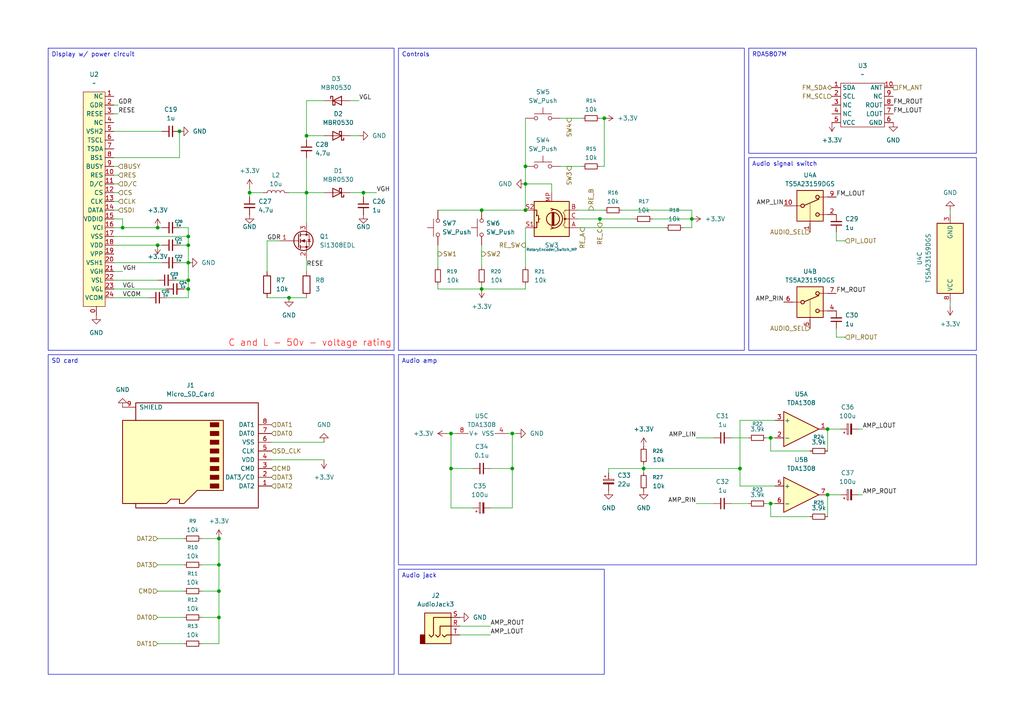
<source format=kicad_sch>
(kicad_sch (version 20250114) (generator "eeschema") (generator_version "9.0")
  (paper "A4")
  (title_block (company "Christian Spînu"))
  (lib_symbols
    (symbol "Amplifier_Audio:TDA1308" (pin_names (offset 0.127))
      (property "Reference" "U" (at 5.08 6.35 0))
      (property "Value" "TDA1308" (at 5.08 3.81 0))
      (symbol "TDA1308_1_1"
        (pin input line (at -7.62 2.54 0) (length 2.54) (name "+") (number "3"))
        (pin input line (at -7.62 -2.54 0) (length 2.54) (name "-") (number "2"))
        (pin output line (at 7.62 0 180) (length 2.54) (name "~") (number "1"))
      )
      (symbol "TDA1308_2_1"
        (pin input line (at -7.62 2.54 0) (length 2.54) (name "+") (number "5"))
        (pin input line (at -7.62 -2.54 0) (length 2.54) (name "-") (number "6"))
        (pin output line (at 7.62 0 180) (length 2.54) (name "~") (number "7"))
      )
      (symbol "TDA1308_3_1"
        (pin power_in line (at -2.54 7.62 270) (length 3.81) (name "V+") (number "8"))
        (pin power_in line (at -2.54 -7.62 90) (length 3.81) (name "VSS") (number "4"))
      )
    )
    (symbol "Analog_Switch:TS5A23159DGS"
      (property "Reference" "U" (at -5.08 8.89 0))
      (property "Value" "TS5A23159DGS" (at -5.08 6.985 0))
      (symbol "TS5A23159DGS_1_1"
        (pin passive line (at -7.62 0 0) (length 2.54) (name "~") (number "10"))
        (pin input line (at 0 -7.62 90) (length 2.54) (name "~") (number "1"))
        (pin passive line (at 7.62 2.54 180) (length 2.54) (name "~") (number "9"))
        (pin passive line (at 7.62 -2.54 180) (length 2.54) (name "~") (number "2"))
      )
      (symbol "TS5A23159DGS_2_1"
        (pin passive line (at -7.62 0 0) (length 2.54) (name "~") (number "6"))
        (pin input line (at 0 -7.62 90) (length 2.54) (name "~") (number "5"))
        (pin passive line (at 7.62 2.54 180) (length 2.54) (name "~") (number "7"))
        (pin passive line (at 7.62 -2.54 180) (length 2.54) (name "~") (number "4"))
      )
      (symbol "TS5A23159DGS_3_1"
        (pin power_in line (at 0 12.7 270) (length 2.54) (name "VCC") (number "8"))
        (pin power_in line (at 0 -12.7 90) (length 2.54) (name "GND") (number "3"))
      )
    )
    (symbol "Connector:Micro_SD_Card" (pin_names (offset 1.016))
      (property "Reference" "J" (at -16.51 15.24 0))
      (property "Value" "Micro_SD_Card" (at 16.51 15.24 0))
      (symbol "Micro_SD_Card_1_1"
        (pin bidirectional line (at -22.86 7.62 0) (length 3.81) (name "DAT2") (number "1"))
        (pin bidirectional line (at -22.86 5.08 0) (length 3.81) (name "DAT3/CD") (number "2"))
        (pin input line (at -22.86 2.54 0) (length 3.81) (name "CMD") (number "3"))
        (pin power_in line (at -22.86 0 0) (length 3.81) (name "VDD") (number "4"))
        (pin input line (at -22.86 -2.54 0) (length 3.81) (name "CLK") (number "5"))
        (pin power_in line (at -22.86 -5.08 0) (length 3.81) (name "VSS") (number "6"))
        (pin bidirectional line (at -22.86 -7.62 0) (length 3.81) (name "DAT0") (number "7"))
        (pin bidirectional line (at -22.86 -10.16 0) (length 3.81) (name "DAT1") (number "8"))
        (pin passive line (at 20.32 -15.24 180) (length 3.81) (name "SHIELD") (number "9"))
      )
    )
    (symbol "Connector_Audio:AudioJack3"
      (property "Reference" "J" (at 0 8.89 0))
      (property "Value" "AudioJack3" (at 0 6.35 0))
      (symbol "AudioJack3_1_1"
        (pin passive line (at 5.08 2.54 180) (length 2.54) (name "~") (number "S"))
        (pin passive line (at 5.08 0 180) (length 2.54) (name "~") (number "R"))
        (pin passive line (at 5.08 -2.54 180) (length 2.54) (name "~") (number "T"))
      )
    )
    (symbol "Device:C_Polarized_Small" (pin_numbers (hide yes)) (pin_names (offset 0.254) (hide yes))
      (property "Reference" "C" (at 0.254 1.778 0))
      (property "Value" "C_Polarized_Small" (at 0.254 -2.032 0))
      (symbol "C_Polarized_Small_1_1"
        (pin passive line (at 0 2.54 270) (length 1.8542) (name "~") (number "1"))
        (pin passive line (at 0 -2.54 90) (length 1.8542) (name "~") (number "2"))
      )
    )
    (symbol "Device:C_Small" (pin_numbers (hide yes)) (pin_names (offset 0.254) (hide yes))
      (property "Reference" "C" (at 0.254 1.778 0))
      (property "Value" "C_Small" (at 0.254 -2.032 0))
      (symbol "C_Small_1_1"
        (pin passive line (at 0 2.54 270) (length 2.032) (name "~") (number "1"))
        (pin passive line (at 0 -2.54 90) (length 2.032) (name "~") (number "2"))
      )
    )
    (symbol "Device:L" (pin_numbers (hide yes)) (pin_names (offset 1.016) (hide yes))
      (property "Reference" "L" (at -1.27 0 90))
      (property "Value" "L" (at 1.905 0 90))
      (symbol "L_1_1"
        (pin passive line (at 0 3.81 270) (length 1.27) (name "1") (number "1"))
        (pin passive line (at 0 -3.81 90) (length 1.27) (name "2") (number "2"))
      )
    )
    (symbol "Device:R" (pin_numbers (hide yes)) (pin_names (offset 0))
      (property "Reference" "R" (at 2.032 0 90))
      (property "Value" "R" (at 0 0 90))
      (symbol "R_1_1"
        (pin passive line (at 0 3.81 270) (length 1.27) (name "~") (number "1"))
        (pin passive line (at 0 -3.81 90) (length 1.27) (name "~") (number "2"))
      )
    )
    (symbol "Device:R_Small" (pin_numbers (hide yes)) (pin_names (offset 0.254) (hide yes))
      (property "Reference" "R" (at 0 0 90))
      (property "Value" "R_Small" (at 1.778 0 90))
      (symbol "R_Small_1_1"
        (pin passive line (at 0 2.54 270) (length 0.762) (name "~") (number "1"))
        (pin passive line (at 0 -2.54 90) (length 0.762) (name "~") (number "2"))
      )
    )
    (symbol "Device:RotaryEncoder_Switch_MP" (pin_names (offset 0.254) (hide yes))
      (property "Reference" "SW" (at 0 8.89 0))
      (property "Value" "RotaryEncoder_Switch_MP" (at 0 6.35 0))
      (symbol "RotaryEncoder_Switch_MP_1_1"
        (pin passive line (at -7.62 2.54 0) (length 2.54) (name "A") (number "A"))
        (pin passive line (at -7.62 0 0) (length 2.54) (name "C") (number "C"))
        (pin passive line (at -7.62 -2.54 0) (length 2.54) (name "B") (number "B"))
        (pin passive line (at 0 -7.62 90) (length 2.54) (name "MP") (number "MP"))
        (pin passive line (at 7.62 2.54 180) (length 2.54) (name "S1") (number "S1"))
        (pin passive line (at 7.62 -2.54 180) (length 2.54) (name "S2") (number "S2"))
      )
    )
    (symbol "Diode:MBR0530" (pin_numbers (hide yes)) (pin_names (offset 1.016) (hide yes))
      (property "Reference" "D" (at 0 2.54 0))
      (property "Value" "MBR0530" (at 0 -2.54 0))
      (symbol "MBR0530_1_1"
        (pin passive line (at -3.81 0 0) (length 2.54) (name "K") (number "1"))
        (pin passive line (at 3.81 0 180) (length 2.54) (name "A") (number "2"))
      )
    )
    (symbol "Switch:SW_Push" (pin_numbers (hide yes)) (pin_names (offset 1.016) (hide yes))
      (property "Reference" "SW" (at 1.27 2.54 0))
      (property "Value" "SW_Push" (at 0 -1.524 0))
      (symbol "SW_Push_0_1"
        (pin passive line (at -5.08 0 0) (length 2.54) (name "1") (number "1"))
        (pin passive line (at 5.08 0 180) (length 2.54) (name "2") (number "2"))
      )
    )
    (symbol "Transistor_FET:Si1308EDL" (pin_names (offset 0) (hide yes))
      (property "Reference" "Q" (at 5.08 1.905 0))
      (property "Value" "Si1308EDL" (at 5.08 0 0))
      (symbol "Si1308EDL_1_1"
        (pin input line (at -5.08 0 0) (length 2.54) (name "G") (number "1"))
        (pin passive line (at 2.54 5.08 270) (length 2.54) (name "D") (number "3"))
        (pin passive line (at 2.54 -5.08 90) (length 2.54) (name "S") (number "2"))
      )
    )
    (symbol "USER Library:1.54{dblquote}_eInk"
      (property "Reference" "U?" (at -1.778 13.208 0))
      (symbol "1.54{dblquote}_eInk_1_1"
        (pin free line (at -1.27 -53.34 90) (length 2.54) (name "") (number "0"))
        (pin free line (at 3.81 10.16 180) (length 2.54) (name "NC") (number "1"))
        (pin input line (at 3.81 7.62 180) (length 2.54) (name "GDR") (number "2"))
        (pin input line (at 3.81 5.08 180) (length 2.54) (name "RESE") (number "3"))
        (pin free line (at 3.81 2.54 180) (length 2.54) (name "NC") (number "4"))
        (pin input line (at 3.81 0 180) (length 2.54) (name "VSH2") (number "5"))
        (pin output line (at 3.81 -2.54 180) (length 2.54) (name "TSCL") (number "6"))
        (pin bidirectional line (at 3.81 -5.08 180) (length 2.54) (name "TSDA") (number "7"))
        (pin input line (at 3.81 -7.62 180) (length 2.54) (name "BS1") (number "8"))
        (pin output line (at 3.81 -10.16 180) (length 2.54) (name "BUSY") (number "9"))
        (pin input line (at 3.81 -12.7 180) (length 2.54) (name "RES") (number "10"))
        (pin input line (at 3.81 -15.24 180) (length 2.54) (name "D/C") (number "11"))
        (pin input line (at 3.81 -17.78 180) (length 2.54) (name "CS") (number "12"))
        (pin input line (at 3.81 -20.32 180) (length 2.54) (name "CLK") (number "13"))
        (pin input line (at 3.81 -22.86 180) (length 2.54) (name "DATA") (number "14"))
        (pin power_in line (at 3.81 -25.4 180) (length 2.54) (name "VDDIO") (number "15"))
        (pin power_in line (at 3.81 -27.94 180) (length 2.54) (name "VCI") (number "16"))
        (pin power_in line (at 3.81 -30.48 180) (length 2.54) (name "VSS") (number "17"))
        (pin power_in line (at 3.81 -33.02 180) (length 2.54) (name "VDD") (number "18"))
        (pin power_in line (at 3.81 -35.56 180) (length 2.54) (name "VPP") (number "19"))
        (pin power_in line (at 3.81 -38.1 180) (length 2.54) (name "VSH1") (number "20"))
        (pin power_in line (at 3.81 -40.64 180) (length 2.54) (name "VGH") (number "21"))
        (pin power_in line (at 3.81 -43.18 180) (length 2.54) (name "VSL") (number "22"))
        (pin power_in line (at 3.81 -45.72 180) (length 2.54) (name "VGL") (number "23"))
        (pin power_in line (at 3.81 -48.26 180) (length 2.54) (name "VCOM") (number "24"))
      )
    )
    (symbol "USER Library:RDA5807M_module"
      (property "Reference" "U" (at 0 7.62 0))
      (symbol "RDA5807M_module_1_1"
        (pin bidirectional line (at -8.89 5.08 0) (length 2.54) (name "SDA") (number "1"))
        (pin input line (at -8.89 2.54 0) (length 2.54) (name "SCL") (number "2"))
        (pin free line (at -8.89 0 0) (length 2.54) (name "NC") (number "3"))
        (pin free line (at -8.89 -2.54 0) (length 2.54) (name "NC") (number "4"))
        (pin power_in line (at -8.89 -5.08 0) (length 2.54) (name "VCC") (number "5"))
        (pin passive line (at 8.89 5.08 180) (length 2.54) (name "ANT") (number "10"))
        (pin free line (at 8.89 2.54 180) (length 2.54) (name "NC") (number "9"))
        (pin output line (at 8.89 0 180) (length 2.54) (name "ROUT") (number "8"))
        (pin output line (at 8.89 -2.54 180) (length 2.54) (name "LOUT") (number "7"))
        (pin power_in line (at 8.89 -5.08 180) (length 2.54) (name "GND") (number "6"))
      )
    )
    (symbol "power:+3.3V" (power) (pin_numbers (hide yes)) (pin_names (offset 0) (hide yes))
      (property "Value" "+3.3V" (at 0 3.556 0))
      (symbol "+3.3V_1_1"
        (pin power_in line (at 0 0 90) (length 0) (name "~") (number "1"))
      )
    )
    (symbol "power:GND" (power) (pin_numbers (hide yes)) (pin_names (offset 0) (hide yes))
      (property "Value" "GND" (at 0 -3.81 0))
      (symbol "GND_1_1"
        (pin power_in line (at 0 0 270) (length 0) (name "~") (number "1"))
      )
    )
  )
  (text "C and L - 50v - voltage rating" (at 89.916 99.568 0) (effects (font (size 1.905 1.905))))
  (text_box "Audio signal switch" (at 217.17 45.72 0) (size 66.04 55.88) (margins 0.9525 0.9525 0.9525 0.9525) (effects (font (size 1.27 1.27)) (justify left top)))
  (text_box "Controls\n" (at 115.57 13.97 0) (size 100.33 87.63) (margins 0.9525 0.9525 0.9525 0.9525) (effects (font (size 1.27 1.27)) (justify left top)))
  (text_box "RDA5807M" (at 217.17 13.97 0) (size 66.04 30.48) (margins 0.9525 0.9525 0.9525 0.9525) (effects (font (size 1.27 1.27)) (justify left top)))
  (text_box "Audio amp" (at 115.57 102.87 0) (size 167.64 60.96) (margins 0.9525 0.9525 0.9525 0.9525) (effects (font (size 1.27 1.27)) (justify left top)))
  (text_box "SD card" (at 13.97 102.87 0) (size 100.33 92.71) (margins 0.9525 0.9525 0.9525 0.9525) (effects (font (size 1.27 1.27)) (justify left top)))
  (text_box "Audio jack\n" (at 115.57 165.1 0) (size 59.69 30.48) (margins 0.9525 0.9525 0.9525 0.9525) (effects (font (size 1.27 1.27)) (justify left top)))
  (text_box "Display w/ power circuit\n" (at 13.97 13.97 0) (size 100.33 87.63) (margins 0.9525 0.9525 0.9525 0.9525) (effects (font (size 1.27 1.27)) (justify left top)))
  (junction (at 223.52 127))
  (junction (at 45.72 66.04))
  (junction (at 72.39 55.88))
  (junction (at 152.4 60.96))
  (junction (at 148.59 125.73))
  (junction (at 175.26 34.29))
  (junction (at 83.82 86.36))
  (junction (at 214.63 135.89))
  (junction (at 240.03 143.51))
  (junction (at 88.9 39.37))
  (junction (at 88.9 55.88))
  (junction (at 52.07 38.1))
  (junction (at 63.5 163.83))
  (junction (at 186.69 135.89))
  (junction (at 45.72 71.12))
  (junction (at 148.59 135.89))
  (junction (at 54.61 68.58))
  (junction (at 105.41 55.88))
  (junction (at 173.99 63.5))
  (junction (at 240.03 124.46))
  (junction (at 54.61 83.82))
  (junction (at 152.4 48.26))
  (junction (at 54.61 76.2))
  (junction (at 35.56 66.04))
  (junction (at 152.4 53.34))
  (junction (at 63.5 156.21))
  (junction (at 139.7 60.96))
  (junction (at 130.81 125.73))
  (junction (at 200.66 63.5))
  (junction (at 63.5 179.07))
  (junction (at 63.5 171.45))
  (junction (at 130.81 135.89))
  (junction (at 54.61 81.28))
  (junction (at 223.52 146.05))
  (junction (at 54.61 71.12))
  (junction (at 139.7 83.82))
  (wire (pts (xy 176.53 137.16) (xy 176.53 135.89)))
  (wire (pts (xy 33.02 68.58) (xy 54.61 68.58)))
  (wire (pts (xy 240.03 124.46) (xy 240.03 130.81)))
  (wire (pts (xy 148.59 125.73) (xy 147.32 125.73)))
  (wire (pts (xy 242.57 67.31) (xy 242.57 69.85)))
  (wire (pts (xy 33.02 38.1) (xy 46.99 38.1)))
  (wire (pts (xy 200.66 66.04) (xy 198.12 66.04)))
  (wire (pts (xy 72.39 55.88) (xy 76.2 55.88)))
  (wire (pts (xy 45.72 156.21) (xy 53.34 156.21)))
  (wire (pts (xy 34.29 55.88) (xy 33.02 55.88)))
  (wire (pts (xy 54.61 76.2) (xy 54.61 71.12)))
  (wire (pts (xy 139.7 60.96) (xy 152.4 60.96)))
  (wire (pts (xy 63.5 186.69) (xy 63.5 179.07)))
  (wire (pts (xy 142.24 135.89) (xy 148.59 135.89)))
  (wire (pts (xy 186.69 134.62) (xy 186.69 135.89)))
  (wire (pts (xy 52.07 45.72) (xy 52.07 38.1)))
  (wire (pts (xy 35.56 66.04) (xy 45.72 66.04)))
  (wire (pts (xy 240.03 143.51) (xy 243.84 143.51)))
  (wire (pts (xy 223.52 149.86) (xy 234.95 149.86)))
  (wire (pts (xy 88.9 39.37) (xy 93.98 39.37)))
  (wire (pts (xy 45.72 171.45) (xy 53.34 171.45)))
  (wire (pts (xy 214.63 121.92) (xy 214.63 135.89)))
  (wire (pts (xy 53.34 83.82) (xy 54.61 83.82)))
  (wire (pts (xy 63.5 163.83) (xy 58.42 163.83)))
  (wire (pts (xy 34.29 48.26) (xy 33.02 48.26)))
  (wire (pts (xy 58.42 171.45) (xy 63.5 171.45)))
  (wire (pts (xy 88.9 55.88) (xy 93.98 55.88)))
  (wire (pts (xy 54.61 71.12) (xy 54.61 68.58)))
  (wire (pts (xy 54.61 76.2) (xy 54.61 81.28)))
  (wire (pts (xy 167.64 63.5) (xy 173.99 63.5)))
  (wire (pts (xy 48.26 86.36) (xy 54.61 86.36)))
  (wire (pts (xy 200.66 63.5) (xy 200.66 66.04)))
  (wire (pts (xy 104.14 39.37) (xy 101.6 39.37)))
  (wire (pts (xy 34.29 50.8) (xy 33.02 50.8)))
  (wire (pts (xy 83.82 55.88) (xy 88.9 55.88)))
  (wire (pts (xy 139.7 83.82) (xy 139.7 82.55)))
  (wire (pts (xy 222.25 127) (xy 223.52 127)))
  (wire (pts (xy 275.59 60.96) (xy 275.59 62.23)))
  (wire (pts (xy 52.07 71.12) (xy 54.61 71.12)))
  (wire (pts (xy 52.07 76.2) (xy 54.61 76.2)))
  (wire (pts (xy 214.63 140.97) (xy 224.79 140.97)))
  (wire (pts (xy 54.61 86.36) (xy 54.61 83.82)))
  (wire (pts (xy 149.86 125.73) (xy 148.59 125.73)))
  (wire (pts (xy 127 83.82) (xy 139.7 83.82)))
  (wire (pts (xy 33.02 71.12) (xy 45.72 71.12)))
  (wire (pts (xy 176.53 135.89) (xy 186.69 135.89)))
  (wire (pts (xy 186.69 135.89) (xy 214.63 135.89)))
  (wire (pts (xy 212.09 146.05) (xy 217.17 146.05)))
  (wire (pts (xy 152.4 83.82) (xy 139.7 83.82)))
  (wire (pts (xy 173.99 64.77) (xy 173.99 63.5)))
  (wire (pts (xy 45.72 163.83) (xy 53.34 163.83)))
  (wire (pts (xy 142.24 181.61) (xy 133.35 181.61)))
  (wire (pts (xy 45.72 179.07) (xy 53.34 179.07)))
  (wire (pts (xy 200.66 60.96) (xy 200.66 63.5)))
  (wire (pts (xy 63.5 171.45) (xy 63.5 179.07)))
  (wire (pts (xy 54.61 66.04) (xy 52.07 66.04)))
  (wire (pts (xy 139.7 71.12) (xy 139.7 77.47)))
  (wire (pts (xy 35.56 78.74) (xy 33.02 78.74)))
  (wire (pts (xy 78.74 128.27) (xy 93.98 128.27)))
  (wire (pts (xy 88.9 39.37) (xy 88.9 29.21)))
  (wire (pts (xy 275.59 88.9) (xy 275.59 87.63)))
  (wire (pts (xy 201.93 127) (xy 207.01 127)))
  (wire (pts (xy 224.79 121.92) (xy 214.63 121.92)))
  (wire (pts (xy 34.29 60.96) (xy 33.02 60.96)))
  (wire (pts (xy 88.9 40.64) (xy 88.9 39.37)))
  (wire (pts (xy 77.47 86.36) (xy 83.82 86.36)))
  (wire (pts (xy 201.93 146.05) (xy 207.01 146.05)))
  (wire (pts (xy 242.57 97.79) (xy 242.57 95.25)))
  (wire (pts (xy 34.29 30.48) (xy 33.02 30.48)))
  (wire (pts (xy 58.42 156.21) (xy 63.5 156.21)))
  (wire (pts (xy 214.63 135.89) (xy 214.63 140.97)))
  (wire (pts (xy 50.8 81.28) (xy 54.61 81.28)))
  (wire (pts (xy 88.9 45.72) (xy 88.9 55.88)))
  (wire (pts (xy 212.09 127) (xy 217.17 127)))
  (wire (pts (xy 88.9 55.88) (xy 88.9 64.77)))
  (wire (pts (xy 173.99 63.5) (xy 184.15 63.5)))
  (wire (pts (xy 72.39 54.61) (xy 72.39 55.88)))
  (wire (pts (xy 88.9 74.93) (xy 88.9 78.74)))
  (wire (pts (xy 242.57 69.85) (xy 245.11 69.85)))
  (wire (pts (xy 130.81 125.73) (xy 130.81 135.89)))
  (wire (pts (xy 142.24 147.32) (xy 148.59 147.32)))
  (wire (pts (xy 180.34 60.96) (xy 200.66 60.96)))
  (wire (pts (xy 105.41 55.88) (xy 109.22 55.88)))
  (wire (pts (xy 78.74 133.35) (xy 93.98 133.35)))
  (wire (pts (xy 101.6 29.21) (xy 104.14 29.21)))
  (wire (pts (xy 223.52 146.05) (xy 224.79 146.05)))
  (wire (pts (xy 54.61 68.58) (xy 54.61 66.04)))
  (wire (pts (xy 223.52 127) (xy 223.52 130.81)))
  (wire (pts (xy 173.99 48.26) (xy 175.26 48.26)))
  (wire (pts (xy 77.47 69.85) (xy 77.47 78.74)))
  (wire (pts (xy 105.41 55.88) (xy 105.41 57.15)))
  (wire (pts (xy 33.02 86.36) (xy 43.18 86.36)))
  (wire (pts (xy 34.29 33.02) (xy 33.02 33.02)))
  (wire (pts (xy 250.19 124.46) (xy 248.92 124.46)))
  (wire (pts (xy 189.23 63.5) (xy 200.66 63.5)))
  (wire (pts (xy 130.81 135.89) (xy 130.81 147.32)))
  (wire (pts (xy 127 71.12) (xy 127 77.47)))
  (wire (pts (xy 167.64 60.96) (xy 175.26 60.96)))
  (wire (pts (xy 222.25 146.05) (xy 223.52 146.05)))
  (wire (pts (xy 240.03 124.46) (xy 243.84 124.46)))
  (wire (pts (xy 223.52 130.81) (xy 234.95 130.81)))
  (wire (pts (xy 152.4 48.26) (xy 152.4 53.34)))
  (wire (pts (xy 160.02 55.88) (xy 160.02 53.34)))
  (wire (pts (xy 127 60.96) (xy 139.7 60.96)))
  (wire (pts (xy 245.11 97.79) (xy 242.57 97.79)))
  (wire (pts (xy 54.61 81.28) (xy 54.61 83.82)))
  (wire (pts (xy 83.82 86.36) (xy 88.9 86.36)))
  (wire (pts (xy 63.5 163.83) (xy 63.5 171.45)))
  (wire (pts (xy 167.64 66.04) (xy 193.04 66.04)))
  (wire (pts (xy 129.54 125.73) (xy 130.81 125.73)))
  (wire (pts (xy 45.72 71.12) (xy 46.99 71.12)))
  (wire (pts (xy 152.4 34.29) (xy 152.4 48.26)))
  (wire (pts (xy 175.26 34.29) (xy 173.99 34.29)))
  (wire (pts (xy 33.02 66.04) (xy 35.56 66.04)))
  (wire (pts (xy 77.47 69.85) (xy 81.28 69.85)))
  (wire (pts (xy 152.4 82.55) (xy 152.4 83.82)))
  (wire (pts (xy 63.5 156.21) (xy 63.5 163.83)))
  (wire (pts (xy 72.39 55.88) (xy 72.39 57.15)))
  (wire (pts (xy 160.02 53.34) (xy 152.4 53.34)))
  (wire (pts (xy 127 82.55) (xy 127 83.82)))
  (wire (pts (xy 45.72 66.04) (xy 46.99 66.04)))
  (wire (pts (xy 223.52 146.05) (xy 223.52 149.86)))
  (wire (pts (xy 34.29 53.34) (xy 33.02 53.34)))
  (wire (pts (xy 35.56 63.5) (xy 35.56 66.04)))
  (wire (pts (xy 63.5 179.07) (xy 58.42 179.07)))
  (wire (pts (xy 101.6 55.88) (xy 105.41 55.88)))
  (wire (pts (xy 162.56 34.29) (xy 168.91 34.29)))
  (wire (pts (xy 142.24 184.15) (xy 133.35 184.15)))
  (wire (pts (xy 33.02 63.5) (xy 35.56 63.5)))
  (wire (pts (xy 186.69 137.16) (xy 186.69 135.89)))
  (wire (pts (xy 152.4 66.04) (xy 152.4 77.47)))
  (wire (pts (xy 33.02 45.72) (xy 52.07 45.72)))
  (wire (pts (xy 137.16 147.32) (xy 130.81 147.32)))
  (wire (pts (xy 33.02 81.28) (xy 45.72 81.28)))
  (wire (pts (xy 223.52 127) (xy 224.79 127)))
  (wire (pts (xy 240.03 143.51) (xy 240.03 149.86)))
  (wire (pts (xy 33.02 83.82) (xy 48.26 83.82)))
  (wire (pts (xy 58.42 186.69) (xy 63.5 186.69)))
  (wire (pts (xy 175.26 48.26) (xy 175.26 34.29)))
  (wire (pts (xy 45.72 186.69) (xy 53.34 186.69)))
  (wire (pts (xy 250.19 143.51) (xy 248.92 143.51)))
  (wire (pts (xy 148.59 125.73) (xy 148.59 135.89)))
  (wire (pts (xy 34.29 58.42) (xy 33.02 58.42)))
  (wire (pts (xy 33.02 76.2) (xy 46.99 76.2)))
  (wire (pts (xy 137.16 135.89) (xy 130.81 135.89)))
  (wire (pts (xy 148.59 135.89) (xy 148.59 147.32)))
  (wire (pts (xy 130.81 125.73) (xy 132.08 125.73)))
  (wire (pts (xy 88.9 29.21) (xy 93.98 29.21)))
  (wire (pts (xy 152.4 53.34) (xy 152.4 60.96)))
  (wire (pts (xy 162.56 48.26) (xy 168.91 48.26)))
  (label "FM_ROUT" (at 259.08 30.48 0))
  (label "FM_LOUT" (at 242.57 57.15 0))
  (label "VGL" (at 104.14 29.21 0))
  (label "VGH" (at 35.56 78.74 0))
  (label "VCOM" (at 35.56 86.36 0))
  (label "RESE" (at 34.29 33.02 0))
  (label "AMP_RIN" (at 201.93 146.05 180))
  (label "AMP_LOUT" (at 142.24 184.15 0))
  (label "AMP_RIN" (at 227.33 87.63 180))
  (label "AMP_LOUT" (at 250.19 124.46 0))
  (label "FM_ROUT" (at 242.57 85.09 0))
  (label "VGL" (at 35.56 83.82 0))
  (label "VGH" (at 109.22 55.88 0))
  (label "AMP_ROUT" (at 142.24 181.61 0))
  (label "GDR" (at 77.47 69.85 0))
  (label "AMP_ROUT" (at 250.19 143.51 0))
  (label "RESE" (at 88.9 77.47 0))
  (label "AMP_LIN" (at 201.93 127 180))
  (label "GDR" (at 34.29 30.48 0))
  (label "FM_LOUT" (at 259.08 33.02 0))
  (label "AMP_LIN" (at 227.33 59.69 180))
  (hierarchical_label "FM_ANT" (shape passive) (at 259.08 25.4 0))
  (hierarchical_label "CS" (shape input) (at 34.29 55.88 0))
  (hierarchical_label "RE_C" (shape output) (at 173.99 64.77 270))
  (hierarchical_label "DAT0" (shape input) (at 78.74 125.73 0))
  (hierarchical_label "SDI" (shape input) (at 34.29 60.96 0))
  (hierarchical_label "SW1" (shape output) (at 127 73.66 0))
  (hierarchical_label "DAT1" (shape input) (at 78.74 123.19 0))
  (hierarchical_label "FM_SCL" (shape input) (at 241.3 27.94 180))
  (hierarchical_label "DAT2" (shape input) (at 78.74 140.97 0))
  (hierarchical_label "SW2" (shape output) (at 139.7 73.66 0))
  (hierarchical_label "SW3" (shape output) (at 165.1 48.26 270))
  (hierarchical_label "DAT3" (shape input) (at 78.74 138.43 0))
  (hierarchical_label "DAT0" (shape input) (at 45.72 179.07 180))
  (hierarchical_label "AUDIO_SEL" (shape input) (at 234.95 67.31 180))
  (hierarchical_label "RE_SW" (shape output) (at 152.4 71.12 180))
  (hierarchical_label "CMD" (shape input) (at 78.74 135.89 0))
  (hierarchical_label "CLK" (shape input) (at 34.29 58.42 0))
  (hierarchical_label "SD_CLK" (shape input) (at 78.74 130.81 0))
  (hierarchical_label "SW4" (shape output) (at 165.1 34.29 270))
  (hierarchical_label "RE_B" (shape output) (at 171.45 60.96 90))
  (hierarchical_label "BUSY" (shape input) (at 34.29 48.26 0))
  (hierarchical_label "PI_LOUT" (shape input) (at 245.11 69.85 0))
  (hierarchical_label "DAT1" (shape input) (at 45.72 186.69 180))
  (hierarchical_label "DAT2" (shape input) (at 45.72 156.21 180))
  (hierarchical_label "CMD" (shape input) (at 45.72 171.45 180))
  (hierarchical_label "AUDIO_SEL" (shape input) (at 234.95 95.25 180))
  (hierarchical_label "FM_SDA" (shape bidirectional) (at 241.3 25.4 180))
  (hierarchical_label "RE_A" (shape output) (at 168.91 66.04 270))
  (hierarchical_label "DAT3" (shape input) (at 45.72 163.83 180))
  (hierarchical_label "PI_ROUT" (shape input) (at 245.11 97.79 0))
  (hierarchical_label "RES" (shape input) (at 34.29 50.8 0))
  (hierarchical_label "D{slash}C" (shape input) (at 34.29 53.34 0))
  (symbol (lib_id "Device:R_Small") (at 219.71 127 270) (unit 1)
    (property "Reference" "R22" (at 219.71 122.936 90) (effects (font (size 1.016 1.016))))
    (property "Value" "3.9k" (at 219.71 124.46 90))
    (property "Footprint" "Resistor_SMD:R_0402_1005Metric" (effects (hide yes)))
    (property "Description" "Resistor, small symbol" (effects (hide yes)))
    (property "LCSC" "C278582" (effects (hide yes)))
  )
  (symbol (lib_id "Device:R_Small") (at 55.88 163.83 90) (unit 1)
    (property "Reference" "R10" (at 55.88 158.75 90) (effects (font (size 1.016 1.016))))
    (property "Value" "10k" (at 55.88 161.29 90))
    (property "Footprint" "Resistor_SMD:R_0402_1005Metric" (effects (hide yes)))
    (property "Description" "Resistor, small symbol" (effects (hide yes)))
    (property "LCSC" "C71617" (effects (hide yes)))
  )
  (symbol (lib_id "power:GND") (at 35.56 118.11 180) (unit 1)
    (property "Reference" "#PWR026" (effects (hide yes)))
    (property "Value" "GND" (at 35.56 113.03 0))
    (property "Description" "Power symbol creates a global label with name \"GND\" , ground" (effects (hide yes)))
  )
  (symbol (lib_id "power:+3.3V") (at 241.3 35.56 180) (unit 1)
    (property "Reference" "#PWR032" (effects (hide yes)))
    (property "Value" "+3.3V" (at 241.3 40.64 0))
    (property "Description" "Power symbol creates a global label with name \"+3.3V\"" (effects (hide yes)))
  )
  (symbol (lib_id "power:+3.3V") (at 139.7 83.82 180) (unit 1)
    (property "Reference" "#PWR031" (effects (hide yes)))
    (property "Value" "+3.3V" (at 139.7 88.9 0))
    (property "Description" "Power symbol creates a global label with name \"+3.3V\"" (effects (hide yes)))
  )
  (symbol (lib_id "Switch:SW_Push") (at 139.7 66.04 90) (unit 1)
    (property "Reference" "SW6" (at 140.97 64.7699 90) (effects (justify right)))
    (property "Value" "SW_Push" (at 140.97 67.3099 90) (effects (justify right)))
    (property "Footprint" "Button_Switch_SMD:SW_Push_1P1T_NO_CK_KMR2" (effects (hide yes)))
    (property "Description" "Push button switch, generic, two pins" (effects (hide yes)))
    (property "LCSC" "C269272" (effects (hide yes)))
  )
  (symbol (lib_id "power:+3.3V") (at 63.5 156.21 0) (unit 1)
    (property "Reference" "#PWR027" (effects (hide yes)))
    (property "Value" "+3.3V" (at 63.5 151.13 0))
    (property "Description" "Power symbol creates a global label with name \"+3.3V\"" (effects (hide yes)))
  )
  (symbol (lib_id "Device:C_Small") (at 88.9 43.18 0) (unit 1)
    (property "Reference" "C28" (at 91.44 41.9162 0) (effects (justify left)))
    (property "Value" "4.7u" (at 91.44 44.4562 0) (effects (justify left)))
    (property "Footprint" "Capacitor_SMD:C_0402_1005Metric" (effects (hide yes)))
    (property "Description" "Unpolarized capacitor, small symbol" (effects (hide yes)))
    (property "LCSC" "C23733" (effects (hide yes)))
  )
  (symbol (lib_id "Device:C_Small") (at 49.53 76.2 90) (unit 1)
    (property "Reference" "C22" (at 51.816 74.422 90) (effects (font (size 0.762 0.762))))
    (property "Value" "1u" (at 51.816 75.438 90) (effects (font (size 0.762 0.762))))
    (property "Footprint" "Capacitor_SMD:C_0402_1005Metric" (effects (hide yes)))
    (property "Description" "Unpolarized capacitor, small symbol" (effects (hide yes)))
    (property "LCSC" "C29266" (effects (hide yes)))
  )
  (symbol (lib_id "Analog_Switch:TS5A23159DGS") (at 275.59 74.93 180) (unit 3)
    (property "Reference" "U4" (at 266.7 74.93 90))
    (property "Value" "TS5A23159DGS" (at 269.24 74.93 90))
    (property "Footprint" "Package_SO:VSSOP-10_3x3mm_P0.5mm" (effects (hide yes)))
    (property "Datasheet" "http://www.ti.com/lit/ds/symlink/ts5a23159.pdf" (effects (hide yes)))
    (property "Description" "Dual SPDT 1ohm Bidirectional Analog Switch with Off protection, VSSOP-10" (effects (hide yes)))
    (property "LCSC" "C42751" (effects (hide yes)))
  )
  (symbol (lib_id "Transistor_FET:Si1308EDL") (at 86.36 69.85 0) (unit 1)
    (property "Reference" "Q1" (at 92.71 68.5799 0) (effects (justify left)))
    (property "Value" "Si1308EDL" (at 92.71 71.1199 0) (effects (justify left)))
    (property "Footprint" "Package_TO_SOT_SMD:SOT-323_SC-70" (effects (hide yes)))
    (property "Datasheet" "https://www.vishay.com/docs/63399/si1308edl.pdf" (effects (hide yes)))
    (property "Description" "30V Vds, 1.4A Id, N-Channel MOSFET, SC-70" (effects (hide yes)))
    (property "LCSC" "C4355112" (effects (hide yes)))
  )
  (symbol (lib_id "Device:R_Small") (at 237.49 149.86 90) (unit 1)
    (property "Reference" "R25" (at 237.49 145.796 90) (effects (font (size 1.016 1.016))))
    (property "Value" "3.9k" (at 237.49 147.32 90))
    (property "Footprint" "Resistor_SMD:R_0402_1005Metric" (effects (hide yes)))
    (property "Description" "Resistor, small symbol" (effects (hide yes)))
    (property "LCSC" "C278582" (effects (hide yes)))
  )
  (symbol (lib_id "Diode:MBR0530") (at 97.79 55.88 180) (unit 1)
    (property "Reference" "D1" (at 98.1075 49.53 0))
    (property "Value" "MBR0530" (at 98.1075 52.07 0))
    (property "Footprint" "Diode_SMD:D_SOD-123" (effects (hide yes)))
    (property "Datasheet" "http://www.mccsemi.com/up_pdf/MBR0520~MBR0580(SOD123).pdf" (effects (hide yes)))
    (property "Description" "30V 0.5A Schottky Power Rectifier Diode, SOD-123" (effects (hide yes)))
    (property "LCSC" "C18863" (effects (hide yes)))
  )
  (symbol (lib_id "Device:R_Small") (at 186.69 139.7 0) (unit 1)
    (property "Reference" "R27" (at 189.23 138.4299 0) (effects (font (size 1.016 1.016)) (justify left)))
    (property "Value" "10k" (at 189.23 140.9699 0) (effects (justify left)))
    (property "Footprint" "Resistor_SMD:R_0402_1005Metric" (effects (hide yes)))
    (property "Description" "Resistor, small symbol" (effects (hide yes)))
    (property "LCSC" "C71617" (effects (hide yes)))
  )
  (symbol (lib_id "power:GND") (at 104.14 39.37 90) (unit 1)
    (property "Reference" "#PWR023" (effects (hide yes)))
    (property "Value" "GND" (at 107.95 39.3699 90) (effects (justify right)))
    (property "Description" "Power symbol creates a global label with name \"GND\" , ground" (effects (hide yes)))
  )
  (symbol (lib_id "Device:R_Small") (at 152.4 80.01 0) (unit 1)
    (property "Reference" "R21" (at 154.94 78.7399 0) (effects (font (size 1.016 1.016)) (justify left)))
    (property "Value" "10k" (at 154.94 81.2799 0) (effects (justify left)))
    (property "Footprint" "Resistor_SMD:R_0402_1005Metric" (effects (hide yes)))
    (property "Description" "Resistor, small symbol" (effects (hide yes)))
    (property "LCSC" "C71617" (effects (hide yes)))
  )
  (symbol (lib_id "Device:R_Small") (at 55.88 179.07 90) (unit 1)
    (property "Reference" "R12" (at 55.88 173.99 90) (effects (font (size 1.016 1.016))))
    (property "Value" "10k" (at 55.88 176.53 90))
    (property "Footprint" "Resistor_SMD:R_0402_1005Metric" (effects (hide yes)))
    (property "Description" "Resistor, small symbol" (effects (hide yes)))
    (property "LCSC" "C71617" (effects (hide yes)))
  )
  (symbol (lib_id "power:GND") (at 83.82 86.36 0) (unit 1)
    (property "Reference" "#PWR019" (effects (hide yes)))
    (property "Value" "GND" (at 83.82 91.44 0))
    (property "Description" "Power symbol creates a global label with name \"GND\" , ground" (effects (hide yes)))
  )
  (symbol (lib_id "Device:R_Small") (at 171.45 48.26 90) (unit 1)
    (property "Reference" "R15" (at 171.45 43.18 90) (effects (font (size 1.016 1.016))))
    (property "Value" "10k" (at 171.45 45.72 90))
    (property "Footprint" "Resistor_SMD:R_0402_1005Metric" (effects (hide yes)))
    (property "Description" "Resistor, small symbol" (effects (hide yes)))
    (property "LCSC" "C71617" (effects (hide yes)))
  )
  (symbol (lib_id "power:GND") (at 259.08 35.56 0) (unit 1)
    (property "Reference" "#PWR033" (effects (hide yes)))
    (property "Value" "GND" (at 259.08 40.64 0))
    (property "Description" "Power symbol creates a global label with name \"GND\" , ground" (effects (hide yes)))
  )
  (symbol (lib_id "Device:C_Polarized_Small") (at 139.7 147.32 90) (unit 1)
    (property "Reference" "C35" (at 139.1539 140.97 90))
    (property "Value" "100u" (at 139.1539 143.51 90))
    (property "Footprint" "Capacitor_SMD:C_1206_3216Metric" (effects (hide yes)))
    (property "Description" "Polarized capacitor, small symbol" (effects (hide yes)))
    (property "LCSC" "C15008" (effects (hide yes)))
  )
  (symbol (lib_id "Device:R_Small") (at 55.88 156.21 90) (unit 1)
    (property "Reference" "R9" (at 55.88 151.13 90) (effects (font (size 1.016 1.016))))
    (property "Value" "10k" (at 55.88 153.67 90))
    (property "Footprint" "Resistor_SMD:R_0402_1005Metric" (effects (hide yes)))
    (property "Description" "Resistor, small symbol" (effects (hide yes)))
    (property "LCSC" "C71617" (effects (hide yes)))
  )
  (symbol (lib_id "power:GND") (at 27.94 91.44 0) (unit 1)
    (property "Reference" "#PWR015" (effects (hide yes)))
    (property "Value" "GND" (at 27.94 96.52 0))
    (property "Description" "Power symbol creates a global label with name \"GND\" , ground" (effects (hide yes)))
  )
  (symbol (lib_id "power:GND") (at 133.35 179.07 90) (unit 1)
    (property "Reference" "#PWR041" (effects (hide yes)))
    (property "Value" "GND" (at 137.16 179.0699 90) (effects (justify right)))
    (property "Description" "Power symbol creates a global label with name \"GND\" , ground" (effects (hide yes)))
  )
  (symbol (lib_id "Amplifier_Audio:TDA1308") (at 232.41 124.46 0) (unit 1)
    (property "Reference" "U5" (at 232.41 114.3 0))
    (property "Value" "TDA1308" (at 232.41 116.84 0))
    (property "Footprint" "Package_SO:SOIC-8_3.9x4.9mm_P1.27mm" (effects (hide yes)))
    (property "Datasheet" "https://www.nxp.com/docs/en/data-sheet/TDA1308.pdf" (effects (hide yes)))
    (property "Description" "Class-AB Stereo Headphone Driver, SOIC-8/TSSOP-8" (effects (hide yes)))
    (property "LCSC" "C38340" (effects (hide yes)))
  )
  (symbol (lib_id "power:GND") (at 105.41 62.23 0) (unit 1)
    (property "Reference" "#PWR020" (effects (hide yes)))
    (property "Value" "GND" (at 105.41 65.786 0))
    (property "Description" "Power symbol creates a global label with name \"GND\" , ground" (effects (hide yes)))
  )
  (symbol (lib_id "Device:C_Small") (at 49.53 38.1 90) (unit 1)
    (property "Reference" "C19" (at 49.5363 31.75 90))
    (property "Value" "1u" (at 49.5363 34.29 90))
    (property "Footprint" "Capacitor_SMD:C_0402_1005Metric" (effects (hide yes)))
    (property "Description" "Unpolarized capacitor, small symbol" (effects (hide yes)))
    (property "LCSC" "C29266" (effects (hide yes)))
  )
  (symbol (lib_id "Device:C_Small") (at 105.41 59.69 0) (unit 1)
    (property "Reference" "C26" (at 107.95 58.4262 0) (effects (justify left)))
    (property "Value" "1u" (at 107.95 60.9662 0) (effects (justify left)))
    (property "Footprint" "Capacitor_SMD:C_0402_1005Metric" (effects (hide yes)))
    (property "Description" "Unpolarized capacitor, small symbol" (effects (hide yes)))
    (property "LCSC" "C29266" (effects (hide yes)))
  )
  (symbol (lib_id "Amplifier_Audio:TDA1308") (at 232.41 143.51 0) (unit 2)
    (property "Reference" "U5" (at 232.41 133.35 0))
    (property "Value" "TDA1308" (at 232.41 135.89 0))
    (property "Footprint" "Package_SO:SOIC-8_3.9x4.9mm_P1.27mm" (effects (hide yes)))
    (property "Datasheet" "https://www.nxp.com/docs/en/data-sheet/TDA1308.pdf" (effects (hide yes)))
    (property "Description" "Class-AB Stereo Headphone Driver, SOIC-8/TSSOP-8" (effects (hide yes)))
    (property "LCSC" "C38340" (effects (hide yes)))
  )
  (symbol (lib_id "power:+3.3V") (at 45.72 66.04 0) (unit 1)
    (property "Reference" "#PWR017" (effects (hide yes)))
    (property "Value" "+3.3V" (at 45.72 60.96 0))
    (property "Description" "Power symbol creates a global label with name \"+3.3V\"" (effects (hide yes)))
  )
  (symbol (lib_id "Device:C_Small") (at 209.55 146.05 90) (unit 1)
    (property "Reference" "C32" (at 209.5563 139.7 90))
    (property "Value" "1u" (at 209.5563 142.24 90))
    (property "Footprint" "Capacitor_SMD:C_0402_1005Metric" (effects (hide yes)))
    (property "Description" "Unpolarized capacitor, small symbol" (effects (hide yes)))
    (property "LCSC" "C29266" (effects (hide yes)))
  )
  (symbol (lib_id "Switch:SW_Push") (at 157.48 48.26 0) (unit 1)
    (property "Reference" "SW4" (at 157.48 40.64 0))
    (property "Value" "SW_Push" (at 157.48 43.18 0))
    (property "Footprint" "Button_Switch_SMD:SW_Push_1P1T_NO_CK_KMR2" (effects (hide yes)))
    (property "Description" "Push button switch, generic, two pins" (effects (hide yes)))
    (property "LCSC" "C269272" (effects (hide yes)))
  )
  (symbol (lib_id "power:+3.3V") (at 175.26 34.29 270) (unit 1)
    (property "Reference" "#PWR029" (effects (hide yes)))
    (property "Value" "+3.3V" (at 179.07 34.2899 90) (effects (justify left)))
    (property "Description" "Power symbol creates a global label with name \"+3.3V\"" (effects (hide yes)))
  )
  (symbol (lib_id "Diode:MBR0530") (at 97.79 29.21 0) (unit 1)
    (property "Reference" "D3" (at 97.4725 22.86 0))
    (property "Value" "MBR0530" (at 97.4725 25.4 0))
    (property "Footprint" "Diode_SMD:D_SOD-123" (effects (hide yes)))
    (property "Datasheet" "http://www.mccsemi.com/up_pdf/MBR0520~MBR0580(SOD123).pdf" (effects (hide yes)))
    (property "Description" "30V 0.5A Schottky Power Rectifier Diode, SOD-123" (effects (hide yes)))
    (property "LCSC" "C18863" (effects (hide yes)))
  )
  (symbol (lib_id "Device:C_Small") (at 49.53 66.04 90) (unit 1)
    (property "Reference" "C20" (at 51.816 64.262 90) (effects (font (size 0.762 0.762))))
    (property "Value" "1u" (at 51.816 65.278 90) (effects (font (size 0.762 0.762))))
    (property "Footprint" "Capacitor_SMD:C_0402_1005Metric" (effects (hide yes)))
    (property "Description" "Unpolarized capacitor, small symbol" (effects (hide yes)))
    (property "LCSC" "C29266" (effects (hide yes)))
  )
  (symbol (lib_id "Device:R_Small") (at 186.69 132.08 0) (unit 1)
    (property "Reference" "R26" (at 189.23 130.8099 0) (effects (font (size 1.016 1.016)) (justify left)))
    (property "Value" "10k" (at 189.23 133.3499 0) (effects (justify left)))
    (property "Footprint" "Resistor_SMD:R_0402_1005Metric" (effects (hide yes)))
    (property "Description" "Resistor, small symbol" (effects (hide yes)))
    (property "LCSC" "C71617" (effects (hide yes)))
  )
  (symbol (lib_id "power:GND") (at 72.39 62.23 0) (unit 1)
    (property "Reference" "#PWR021" (effects (hide yes)))
    (property "Value" "GND" (at 72.39 65.786 0))
    (property "Description" "Power symbol creates a global label with name \"GND\" , ground" (effects (hide yes)))
  )
  (symbol (lib_id "Device:R_Small") (at 219.71 146.05 90) (unit 1)
    (property "Reference" "R23" (at 219.71 141.986 90) (effects (font (size 1.016 1.016))))
    (property "Value" "3.9k" (at 219.71 143.51 90))
    (property "Footprint" "Resistor_SMD:R_0402_1005Metric" (effects (hide yes)))
    (property "Description" "Resistor, small symbol" (effects (hide yes)))
    (property "LCSC" "C278582" (effects (hide yes)))
  )
  (symbol (lib_id "Device:C_Small") (at 72.39 59.69 0) (unit 1)
    (property "Reference" "C27" (at 74.93 58.4262 0) (effects (justify left)))
    (property "Value" "4.7u" (at 74.93 60.9662 0) (effects (justify left)))
    (property "Footprint" "Capacitor_SMD:C_0402_1005Metric" (effects (hide yes)))
    (property "Description" "Unpolarized capacitor, small symbol" (effects (hide yes)))
    (property "LCSC" "C23733" (effects (hide yes)))
  )
  (symbol (lib_id "Analog_Switch:TS5A23159DGS") (at 234.95 87.63 0) (unit 2)
    (property "Reference" "U4" (at 234.95 78.74 0))
    (property "Value" "TS5A23159DGS" (at 234.95 81.28 0))
    (property "Footprint" "Package_SO:VSSOP-10_3x3mm_P0.5mm" (effects (hide yes)))
    (property "Datasheet" "http://www.ti.com/lit/ds/symlink/ts5a23159.pdf" (effects (hide yes)))
    (property "Description" "Dual SPDT 1ohm Bidirectional Analog Switch with Off protection, VSSOP-10" (effects (hide yes)))
    (property "LCSC" "C42751" (effects (hide yes)))
  )
  (symbol (lib_id "power:GND") (at 149.86 125.73 90) (unit 1)
    (property "Reference" "#PWR039" (effects (hide yes)))
    (property "Value" "GND" (at 153.67 125.7299 90) (effects (justify right)))
    (property "Description" "Power symbol creates a global label with name \"GND\" , ground" (effects (hide yes)))
  )
  (symbol (lib_id "power:GND") (at 52.07 38.1 90) (unit 1)
    (property "Reference" "#PWR016" (effects (hide yes)))
    (property "Value" "GND" (at 55.88 38.0999 90) (effects (justify right)))
    (property "Description" "Power symbol creates a global label with name \"GND\" , ground" (effects (hide yes)))
  )
  (symbol (lib_id "Device:R_Small") (at 237.49 130.81 90) (unit 1)
    (property "Reference" "R24" (at 237.49 126.746 90) (effects (font (size 1.016 1.016))))
    (property "Value" "3.9k" (at 237.49 128.27 90))
    (property "Footprint" "Resistor_SMD:R_0402_1005Metric" (effects (hide yes)))
    (property "Description" "Resistor, small symbol" (effects (hide yes)))
    (property "LCSC" "C278582" (effects (hide yes)))
  )
  (symbol (lib_id "Device:R_Small") (at 127 80.01 180) (unit 1)
    (property "Reference" "R19" (at 129.54 78.7399 0) (effects (font (size 1.016 1.016)) (justify right)))
    (property "Value" "10k" (at 129.54 81.2799 0) (effects (justify right)))
    (property "Footprint" "Resistor_SMD:R_0402_1005Metric" (effects (hide yes)))
    (property "Description" "Resistor, small symbol" (effects (hide yes)))
    (property "LCSC" "C71617" (effects (hide yes)))
  )
  (symbol (lib_id "Device:R_Small") (at 171.45 34.29 90) (unit 1)
    (property "Reference" "R14" (at 171.45 29.21 90) (effects (font (size 1.016 1.016))))
    (property "Value" "10k" (at 171.45 31.75 90))
    (property "Footprint" "Resistor_SMD:R_0402_1005Metric" (effects (hide yes)))
    (property "Description" "Resistor, small symbol" (effects (hide yes)))
    (property "LCSC" "C71617" (effects (hide yes)))
  )
  (symbol (lib_id "Device:R") (at 77.47 82.55 0) (unit 1)
    (property "Reference" "R7" (at 80.01 81.2799 0) (effects (justify left)))
    (property "Value" "10k" (at 80.01 83.8199 0) (effects (justify left)))
    (property "Footprint" "Resistor_SMD:R_0402_1005Metric" (effects (hide yes)))
    (property "Description" "Resistor" (effects (hide yes)))
    (property "LCSC" "C71617" (effects (hide yes)))
  )
  (symbol (lib_id "power:GND") (at 176.53 142.24 0) (unit 1)
    (property "Reference" "#PWR036" (effects (hide yes)))
    (property "Value" "GND" (at 176.53 147.32 0))
    (property "Description" "Power symbol creates a global label with name \"GND\" , ground" (effects (hide yes)))
  )
  (symbol (lib_id "Device:R_Small") (at 55.88 171.45 90) (unit 1)
    (property "Reference" "R11" (at 55.88 166.37 90) (effects (font (size 1.016 1.016))))
    (property "Value" "10k" (at 55.88 168.91 90))
    (property "Footprint" "Resistor_SMD:R_0402_1005Metric" (effects (hide yes)))
    (property "Description" "Resistor, small symbol" (effects (hide yes)))
    (property "LCSC" "C71617" (effects (hide yes)))
  )
  (symbol (lib_id "Device:R_Small") (at 195.58 66.04 90) (unit 1)
    (property "Reference" "R18" (at 195.58 60.96 90) (effects (font (size 1.016 1.016))))
    (property "Value" "10k" (at 195.58 63.5 90))
    (property "Footprint" "Resistor_SMD:R_0402_1005Metric" (effects (hide yes)))
    (property "Description" "Resistor, small symbol" (effects (hide yes)))
    (property "LCSC" "C71617" (effects (hide yes)))
  )
  (symbol (lib_id "power:+3.3V") (at 129.54 125.73 90) (unit 1)
    (property "Reference" "#PWR040" (effects (hide yes)))
    (property "Value" "+3.3V" (at 125.73 125.7299 90) (effects (justify left)))
    (property "Description" "Power symbol creates a global label with name \"+3.3V\"" (effects (hide yes)))
  )
  (symbol (lib_id "Device:L") (at 80.01 55.88 90) (unit 1)
    (property "Reference" "L2" (at 80.01 50.8 90))
    (property "Value" "10u" (at 80.01 53.34 90))
    (property "Footprint" "Inductor_SMD:L_1206_3216Metric" (effects (hide yes)))
    (property "Description" "Inductor" (effects (hide yes)))
    (property "LCSC" "C1051" (effects (hide yes)))
  )
  (symbol (lib_id "power:+3.3V") (at 200.66 63.5 270) (unit 1)
    (property "Reference" "#PWR030" (effects (hide yes)))
    (property "Value" "+3.3V" (at 204.47 63.4999 90) (effects (justify left)))
    (property "Description" "Power symbol creates a global label with name \"+3.3V\"" (effects (hide yes)))
  )
  (symbol (lib_id "power:+3.3V") (at 275.59 88.9 180) (unit 1)
    (property "Reference" "#PWR034" (effects (hide yes)))
    (property "Value" "+3.3V" (at 275.59 93.98 0))
    (property "Description" "Power symbol creates a global label with name \"+3.3V\"" (effects (hide yes)))
  )
  (symbol (lib_id "Switch:SW_Push") (at 157.48 34.29 0) (unit 1)
    (property "Reference" "SW5" (at 157.48 26.67 0))
    (property "Value" "SW_Push" (at 157.48 29.21 0))
    (property "Footprint" "Button_Switch_SMD:SW_Push_1P1T_NO_CK_KMR2" (effects (hide yes)))
    (property "Description" "Push button switch, generic, two pins" (effects (hide yes)))
    (property "LCSC" "C269272" (effects (hide yes)))
  )
  (symbol (lib_id "Device:C_Small") (at 209.55 127 90) (unit 1)
    (property "Reference" "C31" (at 209.5563 120.65 90))
    (property "Value" "1u" (at 209.5563 123.19 90))
    (property "Footprint" "Capacitor_SMD:C_0402_1005Metric" (effects (hide yes)))
    (property "Description" "Unpolarized capacitor, small symbol" (effects (hide yes)))
    (property "LCSC" "C29266" (effects (hide yes)))
  )
  (symbol (lib_id "power:+3.3V") (at 72.39 54.61 0) (unit 1)
    (property "Reference" "#PWR022" (effects (hide yes)))
    (property "Value" "+3.3V" (at 72.39 49.53 0))
    (property "Description" "Power symbol creates a global label with name \"+3.3V\"" (effects (hide yes)))
  )
  (symbol (lib_id "Device:C_Small") (at 242.57 64.77 180) (unit 1)
    (property "Reference" "C29" (at 245.11 63.4935 0) (effects (justify right)))
    (property "Value" "1u" (at 245.11 66.0335 0) (effects (justify right)))
    (property "Footprint" "Capacitor_SMD:C_0402_1005Metric" (effects (hide yes)))
    (property "Description" "Unpolarized capacitor, small symbol" (effects (hide yes)))
    (property "LCSC" "C29266" (effects (hide yes)))
  )
  (symbol (lib_id "power:GND") (at 93.98 128.27 180) (unit 1)
    (property "Reference" "#PWR024" (effects (hide yes)))
    (property "Value" "GND" (at 93.98 123.19 0))
    (property "Description" "Power symbol creates a global label with name \"GND\" , ground" (effects (hide yes)))
  )
  (symbol (lib_id "Device:C_Polarized_Small") (at 246.38 143.51 90) (unit 1)
    (property "Reference" "C37" (at 245.8339 137.16 90))
    (property "Value" "100u" (at 245.8339 139.7 90))
    (property "Footprint" "Capacitor_SMD:C_1206_3216Metric" (effects (hide yes)))
    (property "Description" "Polarized capacitor, small symbol" (effects (hide yes)))
    (property "LCSC" "C15008" (effects (hide yes)))
  )
  (symbol (lib_id "Switch:SW_Push") (at 127 66.04 90) (unit 1)
    (property "Reference" "SW7" (at 128.27 64.7699 90) (effects (justify right)))
    (property "Value" "SW_Push" (at 128.27 67.3099 90) (effects (justify right)))
    (property "Footprint" "Button_Switch_SMD:SW_Push_1P1T_NO_CK_KMR2" (effects (hide yes)))
    (property "Description" "Push button switch, generic, two pins" (effects (hide yes)))
    (property "LCSC" "C269272" (effects (hide yes)))
  )
  (symbol (lib_id "Device:C_Polarized_Small") (at 246.38 124.46 90) (unit 1)
    (property "Reference" "C36" (at 245.8339 118.11 90))
    (property "Value" "100u" (at 245.8339 120.65 90))
    (property "Footprint" "Capacitor_SMD:C_1206_3216Metric" (effects (hide yes)))
    (property "Description" "Polarized capacitor, small symbol" (effects (hide yes)))
    (property "LCSC" "C15008" (effects (hide yes)))
  )
  (symbol (lib_id "Connector:Micro_SD_Card") (at 55.88 133.35 180) (unit 1)
    (property "Reference" "J1" (at 55.245 111.76 0))
    (property "Value" "Micro_SD_Card" (at 55.245 114.3 0))
    (property "Footprint" "Connector_Card:microSD_HC_Hirose_DM3D-SF" (effects (hide yes)))
    (property "Datasheet" "https://www.we-online.com/components/products/datasheet/693072010801.pdf" (effects (hide yes)))
    (property "Description" "Micro SD Card Socket" (effects (hide yes)))
    (property "LCSC" "C719027" (effects (hide yes)))
  )
  (symbol (lib_id "Device:R_Small") (at 186.69 63.5 90) (unit 1)
    (property "Reference" "R17" (at 186.69 58.42 90) (effects (font (size 1.016 1.016))))
    (property "Value" "10k" (at 186.69 60.96 90))
    (property "Footprint" "Resistor_SMD:R_0402_1005Metric" (effects (hide yes)))
    (property "Description" "Resistor, small symbol" (effects (hide yes)))
    (property "LCSC" "C71617" (effects (hide yes)))
  )
  (symbol (lib_id "Diode:MBR0530") (at 97.79 39.37 180) (unit 1)
    (property "Reference" "D2" (at 98.1075 33.02 0))
    (property "Value" "MBR0530" (at 98.1075 35.56 0))
    (property "Footprint" "Diode_SMD:D_SOD-123" (effects (hide yes)))
    (property "Datasheet" "http://www.mccsemi.com/up_pdf/MBR0520~MBR0580(SOD123).pdf" (effects (hide yes)))
    (property "Description" "30V 0.5A Schottky Power Rectifier Diode, SOD-123" (effects (hide yes)))
    (property "LCSC" "C18863" (effects (hide yes)))
  )
  (symbol (lib_id "power:GND") (at 54.61 76.2 90) (unit 1)
    (property "Reference" "#PWR018" (effects (hide yes)))
    (property "Value" "GND" (at 58.42 76.1999 90) (effects (justify right)))
    (property "Description" "Power symbol creates a global label with name \"GND\" , ground" (effects (hide yes)))
  )
  (symbol (lib_id "Device:C_Polarized_Small") (at 176.53 139.7 0) (unit 1)
    (property "Reference" "C33" (at 179.07 137.8838 0) (effects (justify left)))
    (property "Value" "22u" (at 179.07 140.4238 0) (effects (justify left)))
    (property "Footprint" "Capacitor_SMD:C_0402_1005Metric" (effects (hide yes)))
    (property "Description" "Polarized capacitor, small symbol" (effects (hide yes)))
    (property "LCSC" "C105226" (effects (hide yes)))
  )
  (symbol (lib_id "Device:C_Small") (at 45.72 86.36 90) (unit 1)
    (property "Reference" "C25" (at 48.006 84.582 90) (effects (font (size 0.762 0.762))))
    (property "Value" "1u" (at 48.006 85.598 90) (effects (font (size 0.762 0.762))))
    (property "Footprint" "Capacitor_SMD:C_0402_1005Metric" (effects (hide yes)))
    (property "Description" "Unpolarized capacitor, small symbol" (effects (hide yes)))
    (property "LCSC" "C29266" (effects (hide yes)))
  )
  (symbol (lib_id "USER Library:RDA5807M_module") (at 250.19 30.48 0) (unit 1) (in_bom no)
    (property "Reference" "U3" (at 250.19 19.05 0))
    (property "Value" "~" (at 250.19 21.59 0))
    (property "Footprint" "USER Library:RDA5807M module" (effects (hide yes)))
  )
  (symbol (lib_id "USER Library:1.54{dblquote}_eInk") (at 29.21 38.1 0) (unit 1)
    (property "Reference" "U2" (at 27.305 21.59 0))
    (property "Value" "~" (at 27.305 24.13 0))
    (property "Footprint" "USER Library:FPC_24_TOP_CONTACTS" (effects (hide yes)))
    (property "LCSC" "C22751583" (effects (hide yes)))
  )
  (symbol (lib_id "Connector_Audio:AudioJack3") (at 128.27 181.61 0) (unit 1)
    (property "Reference" "J2" (at 126.365 172.72 0))
    (property "Value" "AudioJack3" (at 126.365 175.26 0))
    (property "Footprint" "Connector_Audio:Jack_3.5mm_CUI_SJ-3523-SMT_Horizontal" (effects (hide yes)))
    (property "Description" "Audio Jack, 3 Poles (Stereo / TRS)" (effects (hide yes)))
    (property "LCSC" "C4991872" (effects (hide yes)))
  )
  (symbol (lib_id "Device:RotaryEncoder_Switch_MP") (at 160.02 63.5 180) (unit 1)
    (property "Reference" "SW3" (at 160.02 71.12 0))
    (property "Value" "RotaryEncoder_Switch_MP" (at 160.02 72.39 0) (effects (font (size 0.762 0.762))))
    (property "Footprint" "Rotary_Encoder:RotaryEncoder_Alps_EC11E-Switch_Vertical_H20mm" (effects (hide yes)))
    (property "Description" "Rotary encoder, dual channel, incremental quadrate outputs, with switch and MP Pin" (effects (hide yes)))
    (property "LCSC" "C202365" (effects (hide yes)))
  )
  (symbol (lib_id "Device:R_Small") (at 177.8 60.96 90) (unit 1)
    (property "Reference" "R16" (at 177.8 55.88 90) (effects (font (size 1.016 1.016))))
    (property "Value" "10k" (at 177.8 58.42 90))
    (property "Footprint" "Resistor_SMD:R_0402_1005Metric" (effects (hide yes)))
    (property "Description" "Resistor, small symbol" (effects (hide yes)))
    (property "LCSC" "C71617" (effects (hide yes)))
  )
  (symbol (lib_id "power:GND") (at 152.4 53.34 270) (unit 1)
    (property "Reference" "#PWR028" (effects (hide yes)))
    (property "Value" "GND" (at 148.59 53.3399 90) (effects (justify right)))
    (property "Description" "Power symbol creates a global label with name \"GND\" , ground" (effects (hide yes)))
  )
  (symbol (lib_id "Analog_Switch:TS5A23159DGS") (at 234.95 59.69 0) (unit 1)
    (property "Reference" "U4" (at 234.95 50.8 0))
    (property "Value" "TS5A23159DGS" (at 234.95 53.34 0))
    (property "Footprint" "Package_SO:VSSOP-10_3x3mm_P0.5mm" (effects (hide yes)))
    (property "Datasheet" "http://www.ti.com/lit/ds/symlink/ts5a23159.pdf" (effects (hide yes)))
    (property "Description" "Dual SPDT 1ohm Bidirectional Analog Switch with Off protection, VSSOP-10" (effects (hide yes)))
    (property "LCSC" "C42751" (effects (hide yes)))
  )
  (symbol (lib_id "Device:R_Small") (at 55.88 186.69 90) (unit 1)
    (property "Reference" "R13" (at 55.88 181.61 90) (effects (font (size 1.016 1.016))))
    (property "Value" "10k" (at 55.88 184.15 90))
    (property "Footprint" "Resistor_SMD:R_0402_1005Metric" (effects (hide yes)))
    (property "Description" "Resistor, small symbol" (effects (hide yes)))
    (property "LCSC" "C71617" (effects (hide yes)))
  )
  (symbol (lib_id "Device:C_Small") (at 50.8 83.82 90) (unit 1)
    (property "Reference" "C24" (at 53.086 82.042 90) (effects (font (size 0.762 0.762))))
    (property "Value" "1u" (at 53.086 83.058 90) (effects (font (size 0.762 0.762))))
    (property "Footprint" "Capacitor_SMD:C_0402_1005Metric" (effects (hide yes)))
    (property "Description" "Unpolarized capacitor, small symbol" (effects (hide yes)))
    (property "LCSC" "C29266" (effects (hide yes)))
  )
  (symbol (lib_id "power:+3.3V") (at 45.72 71.12 180) (unit 1)
    (property "Reference" "#PWR043" (effects (hide yes)))
    (property "Value" "+3.3V" (at 45.72 74.422 0))
    (property "Description" "Power symbol creates a global label with name \"+3.3V\"" (effects (hide yes)))
  )
  (symbol (lib_id "Device:C_Small") (at 242.57 92.71 180) (unit 1)
    (property "Reference" "C30" (at 245.11 91.4335 0) (effects (justify right)))
    (property "Value" "1u" (at 245.11 93.9735 0) (effects (justify right)))
    (property "Footprint" "Capacitor_SMD:C_0402_1005Metric" (effects (hide yes)))
    (property "Description" "Unpolarized capacitor, small symbol" (effects (hide yes)))
    (property "LCSC" "C29266" (effects (hide yes)))
  )
  (symbol (lib_id "Device:R_Small") (at 139.7 80.01 180) (unit 1)
    (property "Reference" "R20" (at 142.24 78.7399 0) (effects (font (size 1.016 1.016)) (justify right)))
    (property "Value" "10k" (at 142.24 81.2799 0) (effects (justify right)))
    (property "Footprint" "Resistor_SMD:R_0402_1005Metric" (effects (hide yes)))
    (property "Description" "Resistor, small symbol" (effects (hide yes)))
    (property "LCSC" "C71617" (effects (hide yes)))
  )
  (symbol (lib_id "Device:C_Small") (at 48.26 81.28 90) (unit 1)
    (property "Reference" "C23" (at 50.546 79.502 90) (effects (font (size 0.762 0.762))))
    (property "Value" "1u" (at 50.546 80.518 90) (effects (font (size 0.762 0.762))))
    (property "Footprint" "Capacitor_SMD:C_0402_1005Metric" (effects (hide yes)))
    (property "Description" "Unpolarized capacitor, small symbol" (effects (hide yes)))
    (property "LCSC" "C29266" (effects (hide yes)))
  )
  (symbol (lib_id "Device:C_Small") (at 49.53 71.12 90) (unit 1)
    (property "Reference" "C21" (at 51.816 69.342 90) (effects (font (size 0.762 0.762))))
    (property "Value" "1u" (at 51.816 70.358 90) (effects (font (size 0.762 0.762))))
    (property "Footprint" "Capacitor_SMD:C_0402_1005Metric" (effects (hide yes)))
    (property "Description" "Unpolarized capacitor, small symbol" (effects (hide yes)))
    (property "LCSC" "C29266" (effects (hide yes)))
  )
  (symbol (lib_id "Amplifier_Audio:TDA1308") (at 139.7 123.19 90) (unit 3)
    (property "Reference" "U5" (at 139.7 120.65 90))
    (property "Value" "TDA1308" (at 139.7 123.19 90))
    (property "Footprint" "Package_SO:SOIC-8_3.9x4.9mm_P1.27mm" (effects (hide yes)))
    (property "Datasheet" "https://www.nxp.com/docs/en/data-sheet/TDA1308.pdf" (effects (hide yes)))
    (property "Description" "Class-AB Stereo Headphone Driver, SOIC-8/TSSOP-8" (effects (hide yes)))
    (property "LCSC" "C38340" (effects (hide yes)))
  )
  (symbol (lib_id "power:+3.3V") (at 186.69 129.54 0) (unit 1)
    (property "Reference" "#PWR038" (effects (hide yes)))
    (property "Value" "+3.3V" (at 186.69 124.46 0))
    (property "Description" "Power symbol creates a global label with name \"+3.3V\"" (effects (hide yes)))
  )
  (symbol (lib_id "Device:C_Small") (at 139.7 135.89 90) (unit 1)
    (property "Reference" "C34" (at 139.7063 129.54 90))
    (property "Value" "0.1u" (at 139.7063 132.08 90))
    (property "Footprint" "Capacitor_SMD:C_0402_1005Metric" (effects (hide yes)))
    (property "Description" "Unpolarized capacitor, small symbol" (effects (hide yes)))
    (property "LCSC" "C1525" (effects (hide yes)))
  )
  (symbol (lib_id "power:GND") (at 275.59 60.96 180) (unit 1)
    (property "Reference" "#PWR035" (effects (hide yes)))
    (property "Value" "GND" (at 275.59 55.88 0))
    (property "Description" "Power symbol creates a global label with name \"GND\" , ground" (effects (hide yes)))
  )
  (symbol (lib_id "power:GND") (at 186.69 142.24 0) (unit 1)
    (property "Reference" "#PWR037" (effects (hide yes)))
    (property "Value" "GND" (at 186.69 147.32 0))
    (property "Description" "Power symbol creates a global label with name \"GND\" , ground" (effects (hide yes)))
  )
  (symbol (lib_id "power:+3.3V") (at 93.98 133.35 180) (unit 1)
    (property "Reference" "#PWR025" (effects (hide yes)))
    (property "Value" "+3.3V" (at 93.98 138.43 0))
    (property "Description" "Power symbol creates a global label with name \"+3.3V\"" (effects (hide yes)))
  )
  (symbol (lib_id "Device:R") (at 88.9 82.55 0) (unit 1)
    (property "Reference" "R8" (at 91.44 81.2799 0) (effects (justify left)))
    (property "Value" "3" (at 91.44 83.8199 0) (effects (justify left)))
    (property "Footprint" "Resistor_SMD:R_0402_1005Metric" (effects (hide yes)))
    (property "Description" "Resistor" (effects (hide yes)))
    (property "LCSC" "C400520" (effects (hide yes)))
  )
)
</source>
